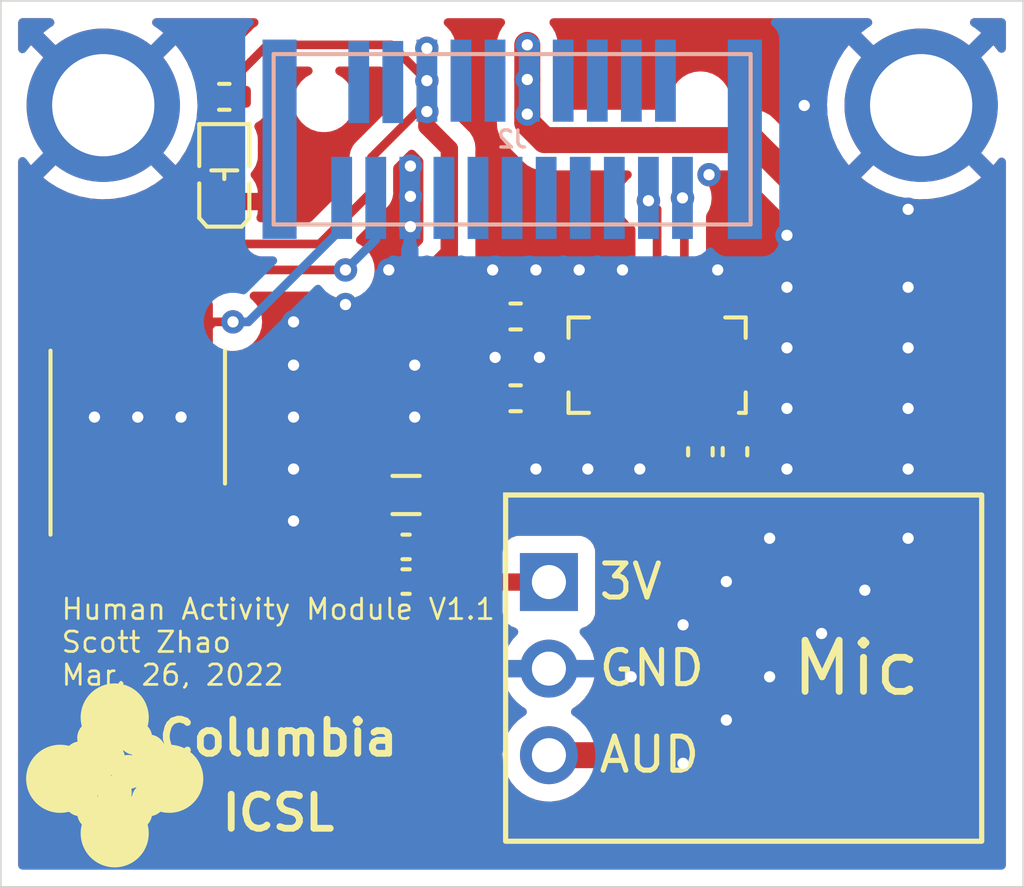
<source format=kicad_pcb>
(kicad_pcb (version 20211014) (generator pcbnew)
  (layers (0 "F.Cu" signal "Front") (1 "In1.Cu" signal) (2 "In2.Cu" signal) (31 "B.Cu" signal "Back") (34 "B.Paste" user) (35 "F.Paste" user) (36 "B.SilkS" user "B.Silkscreen") (37 "F.SilkS" user "F.Silkscreen") (38 "B.Mask" user) (39 "F.Mask" user) (44 "Edge.Cuts" user))
  (net 0 "")
  (net 1 "GND")
  (net 2 "Net-(D1-Pad2)")
  (net 3 "/3V3")
  (net 4 "/SDA_EEPROM")
  (net 5 "/~{RST}")
  (net 6 "/SPI_SCLK")
  (net 7 "/MISO")
  (net 8 "/MOSI")
  (net 9 "/CE")
  (net 10 "/SDA")
  (net 11 "/SCL")
  (net 12 "/SCL_EEPROM")
  (net 13 "/5V")
  (net 15 "/TXD")
  (net 16 "/Status")
  (net 17 "/A0")
  (net 19 "/RXD")
  (net 26 "/A1")
  (net 27 "Net-(R1-Pad2)")
  (net 28 "Net-(R2-Pad2)")
  (net 30 "Net-(C1-Pad1)")
  (footprint "ICSL:M1502-B-2545-AL-TOP" (layer "F.Cu") (at 98.048 66.986)
    (fp_text reference "H1" hide)
    (fp_text value "GND" hide)
    (pad "1" thru_hole circle locked (at -3.048 -2.986) (size 4.5 4.5) (drill 3) (layers *.Cu *.Mask) (net 1 "GND"))
  )
  (footprint "ICSL:M1502-B-2545-AL-TOP" (layer "F.Cu") (at 119 64)
    (fp_text reference "H2" hide)
    (fp_text value "GND" hide)
    (pad "1" thru_hole circle locked (at 0 0) (size 4.5 4.5) (drill 3) (layers *.Cu *.Mask) (net 1 "GND"))
  )
  (footprint "Resistor_SMD:R_0402_1005Metric" (layer "F.Cu") (at 98.552 63.754 180)
    (fp_text reference "R3" hide)
    (fp_text value "R_0402_10K")
    (fp_line (start -0.153641 -0.38) (end 0.153641 -0.38) (layer "F.SilkS") (width 0.12))
    (fp_line (start -0.153641 0.38) (end 0.153641 0.38) (layer "F.SilkS") (width 0.12))
    (pad "1" smd roundrect locked (at -0.51 0 180) (size 0.54 0.64) (layers "F.Cu" "F.Paste" "F.Mask") (net 3 "/3V3"))
    (pad "2" smd roundrect locked (at 0.51 0 180) (size 0.54 0.64) (layers "F.Cu" "F.Paste" "F.Mask") (net 2 "Net-(D1-Pad2)"))
  )
  (footprint "Inductor_SMD:L_0805_2012Metric" (layer "F.Cu") (at 103.886 75.438)
    (fp_text reference "FB1" hide)
    (fp_text value "B_0805_600R")
    (fp_line (start -0.399622 -0.56) (end 0.399622 -0.56) (layer "F.SilkS") (width 0.12))
    (fp_line (start -0.399622 0.56) (end 0.399622 0.56) (layer "F.SilkS") (width 0.12))
    (pad "1" smd roundrect locked (at -1.0625 0) (size 0.875 1.2) (layers "F.Cu" "F.Paste" "F.Mask") (net 3 "/3V3"))
    (pad "2" smd roundrect locked (at 1.0625 0) (size 0.875 1.2) (layers "F.Cu" "F.Paste" "F.Mask") (net 30 "Net-(C1-Pad1)"))
  )
  (footprint "Capacitor_SMD:C_0402_1005Metric" (layer "F.Cu") (at 103.886 76.962 180)
    (fp_text reference "C1" hide)
    (fp_text value "C_0402_1uF_25V")
    (fp_line (start -0.107836 -0.36) (end 0.107836 -0.36) (layer "F.SilkS") (width 0.12))
    (fp_line (start -0.107836 0.36) (end 0.107836 0.36) (layer "F.SilkS") (width 0.12))
    (pad "1" smd roundrect locked (at -0.48 0 180) (size 0.56 0.62) (layers "F.Cu" "F.Paste" "F.Mask") (net 30 "Net-(C1-Pad1)"))
    (pad "2" smd roundrect locked (at 0.48 0 180) (size 0.56 0.62) (layers "F.Cu" "F.Paste" "F.Mask") (net 1 "GND"))
  )
  (footprint "Resistor_SMD:R_0402_1005Metric" (layer "F.Cu") (at 107.1 72.6)
    (fp_text reference "R1" hide)
    (fp_text value "R_0402_10K")
    (fp_line (start -0.153641 -0.38) (end 0.153641 -0.38) (layer "F.SilkS") (width 0.12))
    (fp_line (start -0.153641 0.38) (end 0.153641 0.38) (layer "F.SilkS") (width 0.12))
    (pad "1" smd roundrect locked (at -0.51 0) (size 0.54 0.64) (layers "F.Cu" "F.Paste" "F.Mask") (net 3 "/3V3"))
    (pad "2" smd roundrect locked (at 0.51 0) (size 0.54 0.64) (layers "F.Cu" "F.Paste" "F.Mask") (net 27 "Net-(R1-Pad2)"))
  )
  (footprint "Capacitor_SMD:C_0402_1005Metric" (layer "F.Cu") (at 103.886 77.978 180)
    (fp_text reference "C3" hide)
    (fp_text value "C_0402_0.1uF_16V")
    (fp_line (start -0.107836 -0.36) (end 0.107836 -0.36) (layer "F.SilkS") (width 0.12))
    (fp_line (start -0.107836 0.36) (end 0.107836 0.36) (layer "F.SilkS") (width 0.12))
    (pad "1" smd roundrect locked (at -0.48 0 180) (size 0.56 0.62) (layers "F.Cu" "F.Paste" "F.Mask") (net 30 "Net-(C1-Pad1)"))
    (pad "2" smd roundrect locked (at 0.48 0 180) (size 0.56 0.62) (layers "F.Cu" "F.Paste" "F.Mask") (net 1 "GND"))
  )
  (footprint "jlcsmt:SOIC-8_3.9x4.9mm_P1.27mm" (layer "F.Cu") (at 96.012 73.152)
    (fp_text reference "U3" hide)
    (fp_text value "EEPROM_M24C02-WMN6TP")
    (fp_line (start -2.56 0) (end -2.56 3.45) (layer "F.SilkS") (width 0.12))
    (fp_line (start 2.56 0) (end 2.56 -1.95) (layer "F.SilkS") (width 0.12))
    (fp_line (start -2.56 0) (end -2.56 -1.95) (layer "F.SilkS") (width 0.12))
    (fp_line (start 2.56 0) (end 2.56 1.95) (layer "F.SilkS") (width 0.12))
    (pad "1" smd roundrect (at -1.905 2.475 90) (size 1.95 0.6) (layers "F.Cu" "F.Paste" "F.Mask"))
    (pad "2" smd roundrect (at -0.635 2.475 90) (size 1.95 0.6) (layers "F.Cu" "F.Paste" "F.Mask"))
    (pad "3" smd roundrect (at 0.635 2.475 90) (size 1.95 0.6) (layers "F.Cu" "F.Paste" "F.Mask"))
    (pad "4" smd roundrect (at 1.905 2.475 90) (size 1.95 0.6) (layers "F.Cu" "F.Paste" "F.Mask") (net 1 "GND"))
    (pad "5" smd roundrect (at 1.905 -2.475 90) (size 1.95 0.6) (layers "F.Cu" "F.Paste" "F.Mask") (net 4 "/SDA_EEPROM"))
    (pad "6" smd roundrect (at 0.635 -2.475 90) (size 1.95 0.6) (layers "F.Cu" "F.Paste" "F.Mask") (net 12 "/SCL_EEPROM"))
    (pad "7" smd roundrect (at -0.635 -2.475 90) (size 1.95 0.6) (layers "F.Cu" "F.Paste" "F.Mask"))
    (pad "8" smd roundrect (at -1.905 -2.475 90) (size 1.95 0.6) (layers "F.Cu" "F.Paste" "F.Mask") (net 3 "/3V3"))
  )
  (footprint "ICSL:icsl_logo" (layer "F.Cu") (at 97.536 83.566)
    (fp_text reference "U2" hide)
    (fp_text value "ICSL_LOGO" hide)
    (fp_text user "ICSL" (at 2.6 1.2) (layer "F.SilkS") (effects (font (thickness 0.2))))
    (fp_text user "Columbia" (at 2.6 -1) (layer "F.SilkS") (effects (font (thickness 0.2))))
    (fp_circle (center -1.6 1.2) (end -1.6 1.2) (layer "F.SilkS") (width 0.5) (fill none))
    (fp_circle (center -2.8 1.2) (end -2.8 1.2) (layer "F.SilkS") (width 0.5) (fill none))
    (fp_circle (center -3.2 0.8) (end -3.2 0.8) (layer "F.SilkS") (width 0.5) (fill none))
    (fp_circle (center -1.2 0.8) (end -1.2 0.8) (layer "F.SilkS") (width 0.5) (fill none))
    (fp_circle (center -2.4 -0.4) (end -2.4 -0.4) (layer "F.SilkS") (width 0.5) (fill none))
    (fp_circle (center -1.6 -1) (end -1.6 -1) (layer "F.SilkS") (width 0.5) (fill none))
    (fp_circle (center -3.2 -0.4) (end -3.2 -0.4) (layer "F.SilkS") (width 0.5) (fill none))
    (fp_circle (center -3.8 0.2) (end -3.8 0.2) (layer "F.SilkS") (width 1) (fill none))
    (fp_circle (center -1.2 -0.6) (end -1.2 -0.6) (layer "F.SilkS") (width 0.5) (fill none))
    (fp_circle (center -0.6 0.2) (end -0.6 0.2) (layer "F.SilkS") (width 1) (fill none))
    (fp_circle (center -2.8 -1) (end -2.8 -1) (layer "F.SilkS") (width 0.5) (fill none))
    (fp_circle (center -2.2 0.6) (end -2.2 0.6) (layer "F.SilkS") (width 0.5) (fill none))
    (fp_circle (center -2.8 0.2) (end -2.8 0.2) (layer "F.SilkS") (width 0.5) (fill none))
    (fp_circle (center -2.2 1.8) (end -2.2 1.8) (layer "F.SilkS") (width 1) (fill none))
    (fp_circle (center -1.8 0) (end -1.8 0) (layer "F.SilkS") (width 0.5) (fill none))
    (fp_circle (center -2.2 -1.6) (end -2.2 -1.6) (layer "F.SilkS") (width 1) (fill none))
  )
  (footprint "Connector_PinHeader_2.54mm:PinHeader_1x03_P2.54mm_Vertical" (layer "F.Cu") (at 108.077 77.993)
    (fp_text reference "J1" hide)
    (fp_text value "Conn_01x03")
    (pad "1" thru_hole rect (at 0 0) (size 1.7 1.7) (drill 1) (layers *.Cu *.Mask) (net 30 "Net-(C1-Pad1)"))
    (pad "2" thru_hole oval (at 0 2.54) (size 1.7 1.7) (drill 1) (layers *.Cu *.Mask) (net 1 "GND"))
    (pad "3" thru_hole oval (at 0 5.08) (size 1.7 1.7) (drill 1) (layers *.Cu *.Mask) (net 17 "/A0"))
  )
  (footprint "Capacitor_SMD:C_0402_1005Metric" (layer "F.Cu") (at 112.522 74.168 -90)
    (fp_text reference "C2" hide)
    (fp_text value "C_0402_1uF_25V")
    (fp_line (start -0.107836 -0.36) (end 0.107836 -0.36) (layer "F.SilkS") (width 0.12))
    (fp_line (start -0.107836 0.36) (end 0.107836 0.36) (layer "F.SilkS") (width 0.12))
    (pad "1" smd roundrect locked (at -0.48 0 270) (size 0.56 0.62) (layers "F.Cu" "F.Paste" "F.Mask") (net 3 "/3V3"))
    (pad "2" smd roundrect locked (at 0.48 0 270) (size 0.56 0.62) (layers "F.Cu" "F.Paste" "F.Mask") (net 1 "GND"))
  )
  (footprint "jlcsmt:ST_VL53L1X" (layer "F.Cu") (at 111.252 71.628)
    (fp_text reference "U1" hide)
    (fp_text value "Distance_VL53L1CXV0FY1" hide)
    (fp_line (start -2.6 1.4) (end -2.6 0.8) (layer "F.SilkS") (width 0.12))
    (fp_line (start -2.6 -0.8) (end -2.6 -1.4) (layer "F.SilkS") (width 0.12))
    (fp_line (start 2 -1.4) (end 2.6 -1.4) (layer "F.SilkS") (width 0.12))
    (fp_line (start 2.6 -1.4) (end 2.6 -0.8) (layer "F.SilkS") (width 0.12))
    (fp_line (start -2 1.4) (end -2.6 1.4) (layer "F.SilkS") (width 0.12))
    (fp_line (start 2.6 1.4) (end 2.4 1.4) (layer "F.SilkS") (width 0.12))
    (fp_line (start 2.6 1.4) (end 2.6 0.8) (layer "F.SilkS") (width 0.12))
    (fp_line (start -2.6 -1.4) (end -2 -1.4) (layer "F.SilkS") (width 0.12))
    (pad "1" smd rect (at 1.6 0.8 270) (size 0.5 0.5) (layers "F.Cu" "F.Paste" "F.Mask") (net 3 "/3V3"))
    (pad "2" smd rect (at 0.8 0.79 270) (size 0.5 0.5) (layers "F.Cu" "F.Paste" "F.Mask") (net 1 "GND"))
    (pad "3" smd rect (at 0 0.8 270) (size 0.5 0.5) (layers "F.Cu" "F.Paste" "F.Mask") (net 1 "GND"))
    (pad "4" smd rect (at -0.8 0.8 270) (size 0.5 0.5) (layers "F.Cu" "F.Paste" "F.Mask") (net 1 "GND"))
    (pad "5" smd rect (at -1.6 0.8 270) (size 0.5 0.5) (layers "F.Cu" "F.Paste" "F.Mask") (net 27 "Net-(R1-Pad2)"))
    (pad "6" smd rect (at -1.6 0 270) (size 0.5 0.5) (layers "F.Cu" "F.Paste" "F.Mask") (net 1 "GND"))
    (pad "7" smd rect (at -1.6 -0.8 270) (size 0.5 0.5) (layers "F.Cu" "F.Paste" "F.Mask") (net 28 "Net-(R2-Pad2)"))
    (pad "8" smd rect (at -0.8 -0.8 270) (size 0.5 0.5) (layers "F.Cu" "F.Paste" "F.Mask"))
    (pad "9" smd rect (at 0 -0.8 270) (size 0.5 0.5) (layers "F.Cu" "F.Paste" "F.Mask") (net 10 "/SDA"))
    (pad "10" smd rect (at 0.8 -0.8 270) (size 0.5 0.5) (layers "F.Cu" "F.Paste" "F.Mask") (net 11 "/SCL"))
    (pad "11" smd rect (at 1.6 -0.8 270) (size 0.5 0.5) (layers "F.Cu" "F.Paste" "F.Mask") (net 3 "/3V3"))
    (pad "12" smd rect (at 1.6 0 270) (size 0.5 0.5) (layers "F.Cu" "F.Paste" "F.Mask") (net 1 "GND"))
  )
  (footprint "Resistor_SMD:R_0402_1005Metric" (layer "F.Cu") (at 107.1 70.2)
    (fp_text reference "R2" hide)
    (fp_text value "R_0402_DNP")
    (fp_line (start -0.153641 0.38) (end 0.153641 0.38) (layer "F.SilkS") (width 0.12))
    (fp_line (start -0.153641 -0.38) (end 0.153641 -0.38) (layer "F.SilkS") (width 0.12))
    (pad "1" smd roundrect locked (at -0.51 0) (size 0.54 0.64) (layers "F.Cu" "F.Paste" "F.Mask") (net 3 "/3V3"))
    (pad "2" smd roundrect locked (at 0.51 0) (size 0.54 0.64) (layers "F.Cu" "F.Paste" "F.Mask") (net 28 "Net-(R2-Pad2)"))
  )
  (footprint "jlcsmt:LED_0603_1608Metric" (layer "F.Cu") (at 98.552 66.04 90)
    (fp_text reference "D1" hide)
    (fp_text value "LED_0603_Red" hide)
    (fp_line (start -1.27 0.735) (end -1.524 0.508) (layer "F.SilkS") (width 0.12))
    (fp_line (start 0.127 0) (end -0.127 0) (layer "F.SilkS") (width 0.12))
    (fp_line (start 0.127 -0.381) (end 0.127 0.381) (layer "F.SilkS") (width 0.12))
    (fp_line (start 0.254 0.735) (end 1.485 0.735) (layer "F.SilkS") (width 0.12))
    (fp_line (start -0.254 -0.735) (end -1.27 -0.735) (layer "F.SilkS") (width 0.12))
    (fp_line (start 1.485 -0.735) (end 0.254 -0.735) (layer "F.SilkS") (width 0.12))
    (fp_line (start -1.524 -0.508) (end -1.27 -0.735) (layer "F.SilkS") (width 0.12))
    (fp_line (start -1.524 0.508) (end -1.524 -0.508) (layer "F.SilkS") (width 0.12))
    (fp_line (start -1.27 0.735) (end -0.254 0.735) (layer "F.SilkS") (width 0.12))
    (fp_line (start 1.485 0.735) (end 1.485 -0.735) (layer "F.SilkS") (width 0.12))
    (pad "1" smd roundrect (at -0.7875 0 270) (size 0.875 0.95) (layers "F.Cu" "F.Paste" "F.Mask") (net 1 "GND"))
    (pad "2" smd roundrect (at 0.7875 0 270) (size 0.875 0.95) (layers "F.Cu" "F.Paste" "F.Mask") (net 2 "Net-(D1-Pad2)"))
  )
  (footprint "Capacitor_SMD:C_0402_1005Metric" (layer "F.Cu") (at 113.538 74.168 -90)
    (fp_text reference "C4" hide)
    (fp_text value "C_0402_0.1uF_16V")
    (fp_line (start -0.107836 -0.36) (end 0.107836 -0.36) (layer "F.SilkS") (width 0.12))
    (fp_line (start -0.107836 0.36) (end 0.107836 0.36) (layer "F.SilkS") (width 0.12))
    (pad "1" smd roundrect locked (at -0.48 0 270) (size 0.56 0.62) (layers "F.Cu" "F.Paste" "F.Mask") (net 3 "/3V3"))
    (pad "2" smd roundrect locked (at 0.48 0 270) (size 0.56 0.62) (layers "F.Cu" "F.Paste" "F.Mask") (net 1 "GND"))
  )
  (footprint "ICSL:Amphenol_91911-31321LF_PLUG" (layer "B.Cu") (at 107 65 180)
    (fp_text reference "J2" (at 0 0) (layer "B.SilkS") (effects (font (size 0.5 0.5) (thickness 0.1)) (justify mirror)))
    (fp_text value "Amphenol_91911-31321_plug" hide)
    (fp_line (start 7 -2.5) (end 7 2.5) (layer "B.SilkS") (width 0.12))
    (fp_line (start -6.9965 2.5) (end -6.9965 -2.5) (layer "B.SilkS") (width 0.12))
    (fp_line (start -6.9965 -2.5) (end 7 -2.5) (layer "B.SilkS") (width 0.12))
    (fp_line (start 7 2.5) (end -6.9965 2.5) (layer "B.SilkS") (width 0.12))
    (pad "" np_thru_hole circle locked (at 5.5245 1.1 180) (size 0.76 0.76) (drill 0.76) (layers *.Cu *.Mask))
    (pad "" np_thru_hole circle locked (at -5.5245 1.1 180) (size 0.76 0.76) (drill 0.76) (layers *.Cu *.Mask))
    (pad "" smd rect locked (at 6.8265 0 180) (size 1 5.85) (layers "B.Cu" "B.Paste" "B.Mask"))
    (pad "" smd rect locked (at -6.8265 0 180) (size 1 5.85) (layers "B.Cu" "B.Paste" "B.Mask"))
    (pad "1" smd rect locked (at 5.0035 -1.72 180) (size 0.61 2.41) (layers "B.Cu" "B.Paste" "B.Mask") (net 4 "/SDA_EEPROM"))
    (pad "2" smd rect locked (at 4.0035 -1.72 180) (size 0.61 2.41) (layers "B.Cu" "B.Paste" "B.Mask") (net 12 "/SCL_EEPROM"))
    (pad "3" smd rect locked (at 3.0035 -1.72 180) (size 0.61 2.41) (layers "B.Cu" "B.Paste" "B.Mask") (net 1 "GND"))
    (pad "4" smd rect locked (at 2.0035 -1.72 180) (size 0.61 2.41) (layers "B.Cu" "B.Paste" "B.Mask"))
    (pad "5" smd rect locked (at 1.0035 -1.72 180) (size 0.61 2.41) (layers "B.Cu" "B.Paste" "B.Mask") (net 5 "/~{RST}"))
    (pad "6" smd rect locked (at 0.0035 -1.72 180) (size 0.61 2.41) (layers "B.Cu" "B.Paste" "B.Mask") (net 6 "/SPI_SCLK"))
    (pad "7" smd rect locked (at -0.9965 -1.72 180) (size 0.61 2.41) (layers "B.Cu" "B.Paste" "B.Mask") (net 7 "/MISO"))
    (pad "8" smd rect locked (at -1.9965 -1.72 180) (size 0.61 2.41) (layers "B.Cu" "B.Paste" "B.Mask") (net 8 "/MOSI"))
    (pad "9" smd rect locked (at -2.9965 -1.72 180) (size 0.61 2.41) (layers "B.Cu" "B.Paste" "B.Mask") (net 9 "/CE"))
    (pad "10" smd rect locked (at -3.9965 -1.72 180) (size 0.61 2.41) (layers "B.Cu" "B.Paste" "B.Mask") (net 10 "/SDA"))
    (pad "11" smd rect locked (at -4.9965 -1.72 180) (size 0.61 2.41) (layers "B.Cu" "B.Paste" "B.Mask") (net 11 "/SCL"))
    (pad "12" smd rect locked (at -4.4965 1.72 180) (size 0.61 2.41) (layers "B.Cu" "B.Paste" "B.Mask"))
    (pad "13" smd rect locked (at -3.4965 1.72 180) (size 0.61 2.41) (layers "B.Cu" "B.Paste" "B.Mask") (net 19 "/RXD"))
    (pad "14" smd rect locked (at -2.4965 1.72 180) (size 0.61 2.41) (layers "B.Cu" "B.Paste" "B.Mask") (net 15 "/TXD"))
    (pad "15" smd rect locked (at -1.4965 1.72 180) (size 0.61 2.41) (layers "B.Cu" "B.Paste" "B.Mask") (net 16 "/Status"))
    (pad "16" smd rect locked (at -0.4965 1.72 180) (size 0.61 2.41) (layers "B.Cu" "B.Paste" "B.Mask") (net 17 "/A0"))
    (pad "17" smd rect locked (at 0.5035 1.72 180) (size 0.61 2.41) (layers "B.Cu" "B.Paste" "B.Mask") (net 26 "/A1"))
    (pad "18" smd rect locked (at 1.5035 1.72 180) (size 0.61 2.41) (layers "B.Cu" "B.Paste" "B.Mask"))
    (pad "19" smd rect locked (at 2.5035 1.72 180) (size 0.61 2.41) (layers "B.Cu" "B.Paste" "B.Mask") (net 3 "/3V3"))
    (pad "20" smd rect locked (at 3.5035 1.68 180) (size 0.61 2.41) (layers "B.Cu" "B.Paste" "B.Mask"))
    (pad "21" smd rect locked (at 4.5035 1.68 180) (size 0.61 2.41) (layers "B.Cu" "B.Paste" "B.Mask") (net 13 "/5V"))
  )
  (gr_rect (start 120.777 75.438) (end 106.807 85.598) (layer "F.SilkS") (width 0.1524) (fill none))
  (gr_line (start 121.995 60.938) (end 91.995 60.938) (layer "Edge.Cuts") (width 0.05))
  (gr_line (start 91.995 60.938) (end 91.995 86.938) (layer "Edge.Cuts") (width 0.05))
  (gr_line (start 91.995 86.938) (end 121.995 86.938) (layer "Edge.Cuts") (width 0.05))
  (gr_line (start 121.995 86.938) (end 121.995 60.938) (layer "Edge.Cuts") (width 0.05))
  (gr_text "Human Activity Module V1.1\nScott Zhao\nMar. 26, 2022" (at 93.726 79.756) (layer "F.SilkS") (effects (font (size 0.6 0.6) (thickness 0.08)) (justify left)))
  (gr_text "3V" (at 109.474 77.978) (layer "F.SilkS") (effects (font (size 1 1)) (justify left)))
  (gr_text "AUD" (at 109.474 83.058) (layer "F.SilkS") (effects (font (size 1 1)) (justify left)))
  (gr_text "Mic" (at 117.094 80.518) (layer "F.SilkS") (effects (font (size 1.5 1.5) (thickness 0.2))))
  (gr_text "GND" (at 109.474 80.518) (layer "F.SilkS") (effects (font (size 1 1)) (justify left)))
  (segment (start 111.252 72.428) (end 111.252 71.882) (width 0.508) (layer "F.Cu") (net 1))
  (segment (start 112.052 72.418) (end 112.052 71.844) (width 0.508) (layer "F.Cu") (net 1))
  (segment (start 112.852 71.628) (end 112.268 71.628) (width 0.508) (layer "F.Cu") (net 1))
  (segment (start 109.652 71.628) (end 108.458 71.628) (width 0.508) (layer "F.Cu") (net 1))
  (segment (start 110.49 71.628) (end 109.652 71.628) (width 0.508) (layer "F.Cu") (net 1))
  (segment (start 111.252 71.882) (end 111.506 71.628) (width 0.508) (layer "F.Cu") (net 1))
  (segment (start 111.506 71.628) (end 110.49 71.628) (width 0.508) (layer "F.Cu") (net 1))
  (segment (start 112.052 71.844) (end 112.268 71.628) (width 0.508) (layer "F.Cu") (net 1))
  (segment (start 110.452 71.666) (end 110.49 71.628) (width 0.508) (layer "F.Cu") (net 1))
  (segment (start 112.268 71.628) (end 111.506 71.628) (width 0.508) (layer "F.Cu") (net 1))
  (segment (start 110.452 72.428) (end 110.452 71.666) (width 0.508) (layer "F.Cu") (net 1))
  (via (at 115.062 67.818) (size 0.6858) (drill 0.3302) (layers "F.Cu" "B.Cu") (net 1))
  (via (at 100.584 74.676) (size 0.6858) (drill 0.3302) (layers "F.Cu" "B.Cu") (net 1))
  (via (at 112.014 83.312) (size 0.6858) (drill 0.3302) (layers "F.Cu" "B.Cu") (net 1))
  (via (at 100.584 71.628) (size 0.6858) (drill 0.3302) (layers "F.Cu" "B.Cu") (net 1))
  (via (at 113.03 68.834) (size 0.6858) (drill 0.3302) (layers "F.Cu" "B.Cu") (net 1))
  (via (at 115.57 64.008) (size 0.6858) (drill 0.3302) (layers "F.Cu" "B.Cu") (net 1))
  (via (at 96.012 73.152) (size 0.6858) (drill 0.3302) (layers "F.Cu" "B.Cu") (net 1))
  (via (at 110.236 68.834) (size 0.6858) (drill 0.3302) (layers "F.Cu" "B.Cu") (net 1))
  (via (at 102.108 69.85) (size 0.6858) (drill 0.3302) (layers "F.Cu" "B.Cu") (net 1))
  (via (at 110.744 74.676) (size 0.6858) (drill 0.3302) (layers "F.Cu" "B.Cu") (net 1))
  (via (at 112.014 79.248) (size 0.6858) (drill 0.3302) (layers "F.Cu" "B.Cu") (net 1))
  (via (at 118.618 76.708) (size 0.6858) (drill 0.3302) (layers "F.Cu" "B.Cu") (net 1))
  (via (at 118.618 74.676) (size 0.6858) (drill 0.3302) (layers "F.Cu" "B.Cu") (net 1))
  (via (at 108.966 68.834) (size 0.6858) (drill 0.3302) (layers "F.Cu" "B.Cu") (net 1))
  (via (at 109.22 74.676) (size 0.6858) (drill 0.3302) (layers "F.Cu" "B.Cu") (net 1))
  (via (at 116.078 79.502) (size 0.6858) (drill 0.3302) (layers "F.Cu" "B.Cu") (net 1))
  (via (at 118.618 67.056) (size 0.6858) (drill 0.3302) (layers "F.Cu" "B.Cu") (net 1))
  (via (at 110.49 80.772) (size 0.6858) (drill 0.3302) (layers "F.Cu" "B.Cu") (net 1))
  (via (at 107.696 68.834) (size 0.6858) (drill 0.3302) (layers "F.Cu" "B.Cu") (net 1))
  (via (at 118.618 69.342) (size 0.6858) (drill 0.3302) (layers "F.Cu" "B.Cu") (net 1))
  (via (at 106.5 71.4) (size 0.6858) (drill 0.3302) (layers "F.Cu" "B.Cu") (net 1))
  (via (at 107.696 74.676) (size 0.6858) (drill 0.3302) (layers "F.Cu" "B.Cu") (net 1))
  (via (at 115.062 69.342) (size 0.6858) (drill 0.3302) (layers "F.Cu" "B.Cu") (net 1))
  (via (at 104.14 73.152) (size 0.6858) (drill 0.3302) (layers "F.Cu" "B.Cu") (net 1))
  (via (at 118.618 71.12) (size 0.6858) (drill 0.3302) (layers "F.Cu" "B.Cu") (net 1))
  (via (at 104.013 66.675) (size 0.6858) (drill 0.3302) (layers "F.Cu" "B.Cu") (net 1))
  (via (at 118.618 72.898) (size 0.6858) (drill 0.3302) (layers "F.Cu" "B.Cu") (net 1))
  (via (at 115.062 74.676) (size 0.6858) (drill 0.3302) (layers "F.Cu" "B.Cu") (net 1))
  (via (at 115.062 71.12) (size 0.6858) (drill 0.3302) (layers "F.Cu" "B.Cu") (net 1))
  (via (at 103.378 68.834) (size 0.6858) (drill 0.3302) (layers "F.Cu" "B.Cu") (net 1))
  (via (at 106.426 68.834) (size 0.6858) (drill 0.3302) (layers "F.Cu" "B.Cu") (net 1))
  (via (at 114.554 76.708) (size 0.6858) (drill 0.3302) (layers "F.Cu" "B.Cu") (net 1))
  (via (at 107.8 71.4) (size 0.6858) (drill 0.3302) (layers "F.Cu" "B.Cu") (net 1))
  (via (at 104.14 71.628) (size 0.6858) (drill 0.3302) (layers "F.Cu" "B.Cu") (net 1))
  (via (at 114.554 80.772) (size 0.6858) (drill 0.3302) (layers "F.Cu" "B.Cu") (net 1))
  (via (at 100.584 76.2) (size 0.6858) (drill 0.3302) (layers "F.Cu" "B.Cu") (net 1))
  (via (at 104.013 67.564) (size 0.6858) (drill 0.3302) (layers "F.Cu" "B.Cu") (net 1))
  (via (at 113.284 77.978) (size 0.6858) (drill 0.3302) (layers "F.Cu" "B.Cu") (net 1))
  (via (at 100.584 73.152) (size 0.6858) (drill 0.3302) (layers "F.Cu" "B.Cu") (net 1))
  (via (at 97.282 73.152) (size 0.6858) (drill 0.3302) (layers "F.Cu" "B.Cu") (net 1))
  (via (at 94.742 73.152) (size 0.6858) (drill 0.3302) (layers "F.Cu" "B.Cu") (net 1))
  (via (at 117.348 78.232) (size 0.6858) (drill 0.3302) (layers "F.Cu" "B.Cu") (net 1))
  (via (at 115.062 72.898) (size 0.6858) (drill 0.3302) (layers "F.Cu" "B.Cu") (net 1))
  (via (at 113.284 82.042) (size 0.6858) (drill 0.3302) (layers "F.Cu" "B.Cu") (net 1))
  (via (at 100.584 70.358) (size 0.6858) (drill 0.3302) (layers "F.Cu" "B.Cu") (net 1))
  (via (at 112.776 66.04) (size 0.6858) (drill 0.3302) (layers "F.Cu" "B.Cu") (net 1))
  (via (at 104.013 65.786) (size 0.6858) (drill 0.3302) (layers "F.Cu" "B.Cu") (net 1))
  (segment (start 98.042 64.514) (end 98.042 63.754) (width 0.254) (layer "F.Cu") (net 2))
  (segment (start 98.552 65.024) (end 98.042 64.514) (width 0.254) (layer "F.Cu") (net 2))
  (segment (start 98.552 65.2525) (end 98.552 65.024) (width 0.254) (layer "F.Cu") (net 2))
  (segment (start 104.4965 63.9055) (end 104.4965 63.28) (width 0.254) (layer "F.Cu") (net 3))
  (segment (start 104.4956 64.1858) (end 104.4956 62.3316) (width 0.508) (layer "F.Cu") (net 3))
  (segment (start 99.062 62.99) (end 99.062 63.754) (width 0.254) (layer "F.Cu") (net 3))
  (segment (start 105.156 68.326) (end 105.156 67.818) (width 0.508) (layer "F.Cu") (net 3))
  (segment (start 102.87 65.532) (end 104.4965 63.9055) (width 0.254) (layer "F.Cu") (net 3))
  (segment (start 101.346 68.072) (end 102.87 66.548) (width 0.254) (layer "F.Cu") (net 3))
  (segment (start 112.852 72.428) (end 112.852 72.466) (width 0.508) (layer "F.Cu") (net 3))
  (segment (start 104.4956 64.6176) (end 104.4956 64.1858) (width 0.508) (layer "F.Cu") (net 3))
  (segment (start 113.792 71.12) (end 113.5 70.828) (width 0.508) (layer "F.Cu") (net 3))
  (segment (start 112.852 72.428) (end 113.5 72.428) (width 0.508) (layer "F.Cu") (net 3))
  (segment (start 102.87 66.548) (end 102.87 65.532) (width 0.254) (layer "F.Cu") (net 3))
  (segment (start 103.4465 62.23) (end 99.822 62.23) (width 0.254) (layer "F.Cu") (net 3))
  (segment (start 106.59 70.2) (end 105.212 70.2) (width 0.254) (layer "F.Cu") (net 3))
  (segment (start 105.212 70.2) (end 105.156 70.144) (width 0.254) (layer "F.Cu") (net 3))
  (segment (start 106.2 73.688) (end 105.156 72.644) (width 0.508) (layer "F.Cu") (net 3))
  (segment (start 106.59 73.49) (end 106.788 73.688) (width 0.254) (layer "F.Cu") (net 3))
  (segment (start 113.5 70.828) (end 112.852 70.828) (width 0.508) (layer "F.Cu") (net 3))
  (segment (start 99.822 62.23) (end 99.062 62.99) (width 0.254) (layer "F.Cu") (net 3))
  (segment (start 106.788 73.688) (end 106.2 73.688) (width 0.508) (layer "F.Cu") (net 3))
  (segment (start 113.792 72.136) (end 113.792 71.12) (width 0.508) (layer "F.Cu") (net 3))
  (segment (start 94.107 70.677) (end 94.107 70.401337) (width 0.254) (layer "F.Cu") (net 3))
  (segment (start 112.852 72.466) (end 113.538 73.152) (width 0.508) (layer "F.Cu") (net 3))
  (segment (start 104.4965 63.28) (end 103.4465 62.23) (width 0.254) (layer "F.Cu") (net 3))
  (segment (start 113.538 73.152) (end 113.538 73.688) (width 0.508) (layer "F.Cu") (net 3))
  (segment (start 112.522 73.688) (end 106.788 73.688) (width 0.508) (layer "F.Cu") (net 3))
  (segment (start 105.156 70.144) (end 105.156 67.818) (width 0.508) (layer "F.Cu") (net 3))
  (segment (start 113.5 72.428) (end 113.792 72.136) (width 0.508) (layer "F.Cu") (net 3))
  (segment (start 105.156 65.278) (end 104.4956 64.6176) (width 0.508) (layer "F.Cu") (net 3))
  (segment (start 106.59 72.6) (end 106.59 73.49) (width 0.254) (layer "F.Cu") (net 3))
  (segment (start 102.8235 75.438) (end 102.8235 70.6585) (width 0.508) (layer "F.Cu") (net 3))
  (segment (start 105.156 67.818) (end 105.156 65.278) (width 0.508) (layer "F.Cu") (net 3))
  (segment (start 113.538 73.688) (end 112.522 73.688) (width 0.508) (layer "F.Cu") (net 3))
  (segment (start 105.156 72.644) (end 105.156 70.144) (width 0.508) (layer "F.Cu") (net 3))
  (segment (start 104.394 63.3825) (end 104.4965 63.28) (width 0.254) (layer "F.Cu") (net 3))
  (segment (start 96.436337 68.072) (end 101.346 68.072) (width 0.254) (layer "F.Cu") (net 3))
  (segment (start 94.107 70.401337) (end 96.436337 68.072) (width 0.254) (layer "F.Cu") (net 3))
  (segment (start 102.8235 70.6585) (end 105.156 68.326) (width 0.508) (layer "F.Cu") (net 3))
  (via (at 104.4956 64.1858) (size 0.6858) (drill 0.3302) (layers "F.Cu" "B.Cu") (net 3))
  (via (at 104.4965 63.28) (size 0.6858) (drill 0.3302) (layers "F.Cu" "B.Cu") (net 3))
  (via (at 104.4956 62.3316) (size 0.6858) (drill 0.3302) (layers "F.Cu" "B.Cu") (net 3))
  (segment (start 98.806 70.358) (end 98.236 70.358) (width 0.254) (layer "F.Cu") (net 4))
  (segment (start 98.236 70.358) (end 97.917 70.677) (width 0.254) (layer "F.Cu") (net 4))
  (via (at 98.806 70.358) (size 0.6858) (drill 0.3302) (layers "F.Cu" "B.Cu") (net 4))
  (segment (start 101.9965 66.72) (end 101.9965 67.62) (width 0.254) (layer "B.Cu") (net 4))
  (segment (start 101.9965 67.62) (end 99.2585 70.358) (width 0.254) (layer "B.Cu") (net 4))
  (segment (start 99.2585 70.358) (end 98.806 70.358) (width 0.254) (layer "B.Cu") (net 4))
  (segment (start 111.252 70.828) (end 111.252 67.056) (width 0.254) (layer "F.Cu") (net 10))
  (segment (start 111.252 67.056) (end 110.998 66.802) (width 0.254) (layer "F.Cu") (net 10))
  (via (at 110.998 66.802) (size 0.6858) (drill 0.3302) (layers "F.Cu" "B.Cu") (net 10))
  (segment (start 112.052 66.7755) (end 111.9965 66.72) (width 0.254) (layer "F.Cu") (net 11))
  (segment (start 112.052 70.828) (end 112.052 66.7755) (width 0.254) (layer "F.Cu") (net 11))
  (via (at 111.9965 66.72) (size 0.6858) (drill 0.3302) (layers "F.Cu" "B.Cu") (net 11))
  (segment (start 97.282 68.834) (end 96.647 69.469) (width 0.254) (layer "F.Cu") (net 12))
  (segment (start 102.108 68.834) (end 97.282 68.834) (width 0.254) (layer "F.Cu") (net 12))
  (segment (start 96.647 69.469) (end 96.647 70.677) (width 0.254) (layer "F.Cu") (net 12))
  (via (at 102.108 68.834) (size 0.6858) (drill 0.3302) (layers "F.Cu" "B.Cu") (net 12))
  (segment (start 102.9965 67.9455) (end 102.108 68.834) (width 0.254) (layer "B.Cu") (net 12))
  (segment (start 102.9965 66.72) (end 102.9965 67.9455) (width 0.254) (layer "B.Cu") (net 12))
  (segment (start 108.077 83.073) (end 110.221 83.073) (width 0.762) (layer "F.Cu") (net 17))
  (segment (start 116.84 76.454) (end 116.84 70.612) (width 0.762) (layer "F.Cu") (net 17))
  (segment (start 113.03 80.264) (end 116.84 76.454) (width 0.762) (layer "F.Cu") (net 17))
  (segment (start 116.84 67.818) (end 114.554 65.532) (width 0.762) (layer "F.Cu") (net 17))
  (segment (start 114.046 65.024) (end 111.252 65.024) (width 0.762) (layer "F.Cu") (net 17))
  (segment (start 116.84 70.612) (end 116.84 67.818) (width 0.762) (layer "F.Cu") (net 17))
  (segment (start 107.442 64.516) (end 107.442 64.262) (width 0.762) (layer "F.Cu") (net 17))
  (segment (start 107.442 63.246) (end 107.442 62.23) (width 0.762) (layer "F.Cu") (net 17))
  (segment (start 107.95 65.024) (end 107.442 64.516) (width 0.762) (layer "F.Cu") (net 17))
  (segment (start 110.221 83.073) (end 113.03 80.264) (width 0.762) (layer "F.Cu") (net 17))
  (segment (start 111.252 65.024) (end 107.95 65.024) (width 0.762) (layer "F.Cu") (net 17))
  (segment (start 107.442 64.262) (end 107.442 63.246) (width 0.762) (layer "F.Cu") (net 17))
  (segment (start 114.554 65.532) (end 114.046 65.024) (width 0.762) (layer "F.Cu") (net 17))
  (via (at 107.442 63.246) (size 0.6858) (drill 0.3302) (layers "F.Cu" "B.Cu") (net 17))
  (via (at 107.442 64.262) (size 0.6858) (drill 0.3302) (layers "F.Cu" "B.Cu") (net 17))
  (via (at 107.442 62.23) (size 0.6858) (drill 0.3302) (layers "F.Cu" "B.Cu") (net 17))
  (segment (start 109.652 72.428) (end 108.772 72.428) (width 0.254) (layer "F.Cu") (net 27))
  (segment (start 108.6 72.6) (end 108.65 72.55) (width 0.254) (layer "F.Cu") (net 27))
  (segment (start 107.61 72.6) (end 108.6 72.6) (width 0.254) (layer "F.Cu") (net 27))
  (segment (start 108.772 72.428) (end 108.65 72.55) (width 0.254) (layer "F.Cu") (net 27))
  (segment (start 108.7 70.2) (end 107.61 70.2) (width 0.254) (layer "F.Cu") (net 28))
  (segment (start 109.328 70.828) (end 108.7 70.2) (width 0.254) (layer "F.Cu") (net 28))
  (segment (start 109.652 70.828) (end 109.328 70.828) (width 0.254) (layer "F.Cu") (net 28))
  (segment (start 104.366 76.962) (end 104.366 76.0205) (width 0.508) (layer "F.Cu") (net 30))
  (segment (start 104.381 77.993) (end 104.366 77.978) (width 0.508) (layer "F.Cu") (net 30))
  (segment (start 108.077 77.993) (end 104.381 77.993) (width 0.508) (layer "F.Cu") (net 30))
  (segment (start 104.366 76.0205) (end 104.9485 75.438) (width 0.508) (layer "F.Cu") (net 30))
  (segment (start 104.366 77.978) (end 104.366 76.962) (width 0.508) (layer "F.Cu") (net 30))
  (zone (net 1) (net_name "GND") (layer "F.Cu") (priority 1) (connect_pads (clearance 0.508)) (min_thickness 0.254) (fill yes (thermal_gap 0.508) (thermal_bridge_width 0.508))
    (polygon (pts (xy 121.495 86.438) (xy 92.495 86.438) (xy 92.495 61.438) (xy 121.495 61.438)))
  )
  (zone (net 1) (net_name "GND") (layer "B.Cu") (priority 1) (connect_pads (clearance 0.508)) (min_thickness 0.254) (fill yes (thermal_gap 0.508) (thermal_bridge_width 0.508))
    (polygon (pts (xy 121.495 86.438) (xy 92.495 86.438) (xy 92.495 61.438) (xy 121.495 61.438)))
  )
)
</source>
